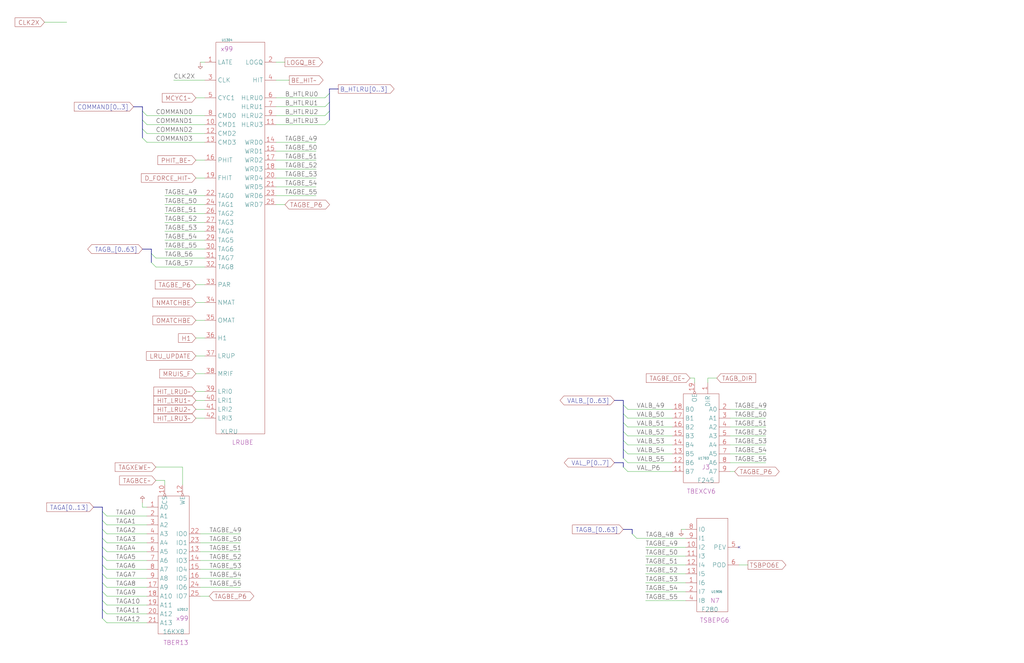
<source format=kicad_sch>
(kicad_sch (version 20230121) (generator eeschema)
  (paper "User" 584.2 378.46)
  (title_block (title "LRU LOGIC\\nPLANE B_EARLY") (date "08-MAR-90") (rev "0.0") (comment 1 "MEM32 BOARD") (comment 2 "232-003066") (comment 3 "S400") (comment 4 "RELEASED"))
  (lib_symbols
    (symbol "r1000:16KX8" (pin_names (offset 1.016))
      (property "Reference" "U" (at 2.54 5.08 0))
      (property "Value" "16KX8" (at -8.89 -7.62 0))
      (property "Location" "___" (at -1.27 0 0))
      (property "Name" "______" (at -1.27 -15.24 0))
      (symbol "16KX8_1_1"
        (rectangle (start -11.43 69.85) (end 6.35 -8.89))
        (circle (center -7.62 70.485) (radius 0.635))
        (circle (center 2.54 70.485) (radius 0.635))
        (pin input line (at -17.78 63.5 0) (length 6.35) (name "A0") (number "1"))
        (pin input line (at -7.62 76.2 270) (length 5.08) (name "CS") (number "10"))
        (pin input line (at 2.54 76.2 270) (length 5.08) (name "WE") (number "12"))
        (pin bidirectional line (at 12.7 38.1 180) (length 6.35) (name "IO2") (number "13"))
        (pin bidirectional line (at 12.7 33.02 180) (length 6.35) (name "IO3") (number "14"))
        (pin bidirectional line (at 12.7 27.94 180) (length 6.35) (name "IO4") (number "15"))
        (pin bidirectional line (at 12.7 22.86 180) (length 6.35) (name "IO5") (number "16"))
        (pin input line (at -17.78 17.78 0) (length 6.35) (name "A9") (number "17"))
        (pin input line (at -17.78 12.7 0) (length 6.35) (name "A10") (number "18"))
        (pin input line (at -17.78 7.62 0) (length 6.35) (name "A11") (number "19"))
        (pin input line (at -17.78 58.42 0) (length 6.35) (name "A1") (number "2"))
        (pin input line (at -17.78 2.54 0) (length 6.35) (name "A12") (number "20"))
        (pin input line (at -17.78 -2.54 0) (length 6.35) (name "A13") (number "21"))
        (pin bidirectional line (at 12.7 48.26 180) (length 6.35) (name "IO0") (number "22"))
        (pin bidirectional line (at 12.7 43.18 180) (length 6.35) (name "IO1") (number "23"))
        (pin bidirectional line (at 12.7 17.78 180) (length 6.35) (name "IO6") (number "24"))
        (pin bidirectional line (at 12.7 12.7 180) (length 6.35) (name "IO7") (number "25"))
        (pin input line (at -17.78 53.34 0) (length 6.35) (name "A2") (number "3"))
        (pin input line (at -17.78 48.26 0) (length 6.35) (name "A3") (number "4"))
        (pin input line (at -17.78 43.18 0) (length 6.35) (name "A4") (number "5"))
        (pin input line (at -17.78 38.1 0) (length 6.35) (name "A5") (number "6"))
        (pin input line (at -17.78 33.02 0) (length 6.35) (name "A6") (number "7"))
        (pin input line (at -17.78 27.94 0) (length 6.35) (name "A7") (number "8"))
        (pin input line (at -17.78 22.86 0) (length 6.35) (name "A8") (number "9"))
      )
    )
    (symbol "r1000:F245" (pin_names (offset 1.016))
      (property "Reference" "U" (at 2.54 5.08 0))
      (property "Value" "F245" (at -3.81 -7.62 0))
      (property "Location" "___" (at -1.27 0 0))
      (property "Name" "______" (at 3.81 -15.24 0))
      (symbol "F245_1_1"
        (rectangle (start -6.35 41.91) (end 13.97 -8.89))
        (circle (center 7.62 42.545) (radius 0.635))
        (pin input line (at 0 48.26 270) (length 6.35) (name "DIR") (number "1"))
        (pin bidirectional line (at 20.32 -2.54 180) (length 6.35) (name "B7") (number "11"))
        (pin bidirectional line (at 20.32 2.54 180) (length 6.35) (name "B6") (number "12"))
        (pin bidirectional line (at 20.32 7.62 180) (length 6.35) (name "B5") (number "13"))
        (pin bidirectional line (at 20.32 12.7 180) (length 6.35) (name "B4") (number "14"))
        (pin bidirectional line (at 20.32 17.78 180) (length 6.35) (name "B3") (number "15"))
        (pin bidirectional line (at 20.32 22.86 180) (length 6.35) (name "B2") (number "16"))
        (pin bidirectional line (at 20.32 27.94 180) (length 6.35) (name "B1") (number "17"))
        (pin bidirectional line (at 20.32 33.02 180) (length 6.35) (name "B0") (number "18"))
        (pin input line (at 7.62 48.26 270) (length 5.08) (name "OE") (number "19"))
        (pin bidirectional line (at -12.7 33.02 0) (length 6.35) (name "A0") (number "2"))
        (pin bidirectional line (at -12.7 27.94 0) (length 6.35) (name "A1") (number "3"))
        (pin bidirectional line (at -12.7 22.86 0) (length 6.35) (name "A2") (number "4"))
        (pin bidirectional line (at -12.7 17.78 0) (length 6.35) (name "A3") (number "5"))
        (pin bidirectional line (at -12.7 12.7 0) (length 6.35) (name "A4") (number "6"))
        (pin bidirectional line (at -12.7 7.62 0) (length 6.35) (name "A5") (number "7"))
        (pin bidirectional line (at -12.7 2.54 0) (length 6.35) (name "A6") (number "8"))
        (pin bidirectional line (at -12.7 -2.54 0) (length 6.35) (name "A7") (number "9"))
      )
    )
    (symbol "r1000:F280" (pin_names (offset 1.016))
      (property "Reference" "U" (at 2.54 5.08 0))
      (property "Value" "F280" (at -6.35 -5.08 0))
      (property "Location" "___" (at -1.27 0 0))
      (property "Name" "______" (at 1.27 -12.7 0))
      (symbol "F280_1_1"
        (rectangle (start -8.89 46.99) (end 8.89 -6.35))
        (pin input line (at -15.24 10.16 0) (length 6.35) (name "I6") (number "1"))
        (pin input line (at -15.24 30.48 0) (length 6.35) (name "I2") (number "10"))
        (pin input line (at -15.24 25.4 0) (length 6.35) (name "I3") (number "11"))
        (pin input line (at -15.24 20.32 0) (length 6.35) (name "I4") (number "12"))
        (pin input line (at -15.24 15.24 0) (length 6.35) (name "I5") (number "13"))
        (pin input line (at -15.24 5.08 0) (length 6.35) (name "I7") (number "2"))
        (pin input line (at -15.24 0 0) (length 6.35) (name "I8") (number "4"))
        (pin output line (at 15.24 30.48 180) (length 6.35) (name "PEV") (number "5"))
        (pin output line (at 15.24 20.32 180) (length 6.35) (name "POD") (number "6"))
        (pin input line (at -15.24 40.64 0) (length 6.35) (name "I0") (number "8"))
        (pin input line (at -15.24 35.56 0) (length 6.35) (name "I1") (number "9"))
      )
    )
    (symbol "r1000:PD" (power) (pin_numbers hide) (pin_names hide) (in_bom no)
      (symbol "PD_0_1"
        (polyline (pts (xy 0 -2.54) (xy 1.27 -2.54) (xy 0 -3.81) (xy -1.27 -2.54) (xy 0 -2.54)) (stroke (width 0.1524)))
      )
      (symbol "PD_1_1"
        (pin power_in line (at 0 0 270) (length 2.54) (name "PD") (number "1"))
      )
    )
    (symbol "r1000:PU" (power) (pin_numbers hide) (pin_names hide)
      (symbol "PU_0_1"
        (polyline (pts (xy 0 2.54) (xy -1.27 2.54) (xy 0 3.81) (xy 1.27 2.54) (xy 0 2.54)) (stroke (width 0.1524)))
      )
      (symbol "PU_1_1"
        (pin power_in line (at 0 0 90) (length 2.54) (name "PU") (number "1"))
      )
    )
    (symbol "r1000:XLRU" (pin_names (offset 1.016))
      (property "Reference" "U" (at 2.54 5.08 0))
      (property "Value" "XLRU" (at -1.27 -218.44 0))
      (property "Location" "___" (at -1.27 0 0))
      (property "Name" "______" (at 11.43 -226.06 0))
      (symbol "XLRU_1_1"
        (rectangle (start -3.81 3.81) (end 24.13 -219.71))
        (pin input line (at -10.16 -7.62 0) (length 6.35) (name "LATE") (number "1"))
        (pin input line (at -10.16 -43.18 0) (length 6.35) (name "CMD1") (number "10"))
        (pin tri_state line (at 30.48 -43.18 180) (length 6.35) (name "HLRU3") (number "11"))
        (pin input line (at -10.16 -48.26 0) (length 6.35) (name "CMD2") (number "12"))
        (pin input line (at -10.16 -53.34 0) (length 6.35) (name "CMD3") (number "13"))
        (pin tri_state line (at 30.48 -53.34 180) (length 6.35) (name "WRD0") (number "14"))
        (pin tri_state line (at 30.48 -58.42 180) (length 6.35) (name "WRD1") (number "15"))
        (pin input line (at -10.16 -63.5 0) (length 6.35) (name "PHIT") (number "16"))
        (pin tri_state line (at 30.48 -63.5 180) (length 6.35) (name "WRD2") (number "17"))
        (pin tri_state line (at 30.48 -68.58 180) (length 6.35) (name "WRD3") (number "18"))
        (pin input line (at -10.16 -73.66 0) (length 6.35) (name "FHIT") (number "19"))
        (pin output line (at 30.48 -7.62 180) (length 6.35) (name "LOGQ") (number "2"))
        (pin tri_state line (at 30.48 -73.66 180) (length 6.35) (name "WRD4") (number "20"))
        (pin tri_state line (at 30.48 -78.74 180) (length 6.35) (name "WRD5") (number "21"))
        (pin input line (at -10.16 -83.82 0) (length 6.35) (name "TAG0") (number "22"))
        (pin tri_state line (at 30.48 -83.82 180) (length 6.35) (name "WRD6") (number "23"))
        (pin input line (at -10.16 -88.9 0) (length 6.35) (name "TAG1") (number "24"))
        (pin tri_state line (at 30.48 -88.9 180) (length 6.35) (name "WRD7") (number "25"))
        (pin input line (at -10.16 -93.98 0) (length 6.35) (name "TAG2") (number "26"))
        (pin input line (at -10.16 -99.06 0) (length 6.35) (name "TAG3") (number "27"))
        (pin input line (at -10.16 -104.14 0) (length 6.35) (name "TAG4") (number "28"))
        (pin input line (at -10.16 -109.22 0) (length 6.35) (name "TAG5") (number "29"))
        (pin input line (at -10.16 -17.78 0) (length 6.35) (name "CLK") (number "3"))
        (pin input line (at -10.16 -114.3 0) (length 6.35) (name "TAG6") (number "30"))
        (pin input line (at -10.16 -119.38 0) (length 6.35) (name "TAG7") (number "31"))
        (pin input line (at -10.16 -124.46 0) (length 6.35) (name "TAG8") (number "32"))
        (pin input line (at -10.16 -134.62 0) (length 6.35) (name "PAR") (number "33"))
        (pin input line (at -10.16 -144.78 0) (length 6.35) (name "NMAT") (number "34"))
        (pin input line (at -10.16 -154.94 0) (length 6.35) (name "OMAT") (number "35"))
        (pin input line (at -10.16 -165.1 0) (length 6.35) (name "H1") (number "36"))
        (pin input line (at -10.16 -175.26 0) (length 6.35) (name "LRUP") (number "37"))
        (pin input line (at -10.16 -185.42 0) (length 6.35) (name "MRIF") (number "38"))
        (pin input line (at -10.16 -195.58 0) (length 6.35) (name "LRI0") (number "39"))
        (pin output line (at 30.48 -17.78 180) (length 6.35) (name "HIT") (number "4"))
        (pin input line (at -10.16 -200.66 0) (length 6.35) (name "LRI1") (number "40"))
        (pin input line (at -10.16 -205.74 0) (length 6.35) (name "LRI2") (number "41"))
        (pin input line (at -10.16 -210.82 0) (length 6.35) (name "LRI3") (number "42"))
        (pin input line (at -10.16 -27.94 0) (length 6.35) (name "CYC1") (number "5"))
        (pin tri_state line (at 30.48 -27.94 180) (length 6.35) (name "HLRU0") (number "6"))
        (pin tri_state line (at 30.48 -33.02 180) (length 6.35) (name "HLRU1") (number "7"))
        (pin input line (at -10.16 -38.1 0) (length 6.35) (name "CMD0") (number "8"))
        (pin tri_state line (at 30.48 -38.1 180) (length 6.35) (name "HLRU2") (number "9"))
      )
    )
  )
  (no_connect (at 421.64 312.42))
  (bus_entry (at 58.42 307.34) (size 2.54 2.54))
  (bus_entry (at 86.36 144.78) (size 2.54 2.54))
  (bus_entry (at 81.28 68.58) (size 2.54 2.54))
  (bus_entry (at 187.96 53.34) (size -2.54 2.54))
  (bus_entry (at 58.42 312.42) (size 2.54 2.54))
  (bus_entry (at 355.6 251.46) (size 2.54 2.54))
  (bus_entry (at 355.6 261.62) (size 2.54 2.54))
  (bus_entry (at 81.28 73.66) (size 2.54 2.54))
  (bus_entry (at 360.68 304.8) (size 2.54 2.54))
  (bus_entry (at 355.6 231.14) (size 2.54 2.54))
  (bus_entry (at 187.96 68.58) (size -2.54 2.54))
  (bus_entry (at 58.42 322.58) (size 2.54 2.54))
  (bus_entry (at 355.6 246.38) (size 2.54 2.54))
  (bus_entry (at 355.6 236.22) (size 2.54 2.54))
  (bus_entry (at 355.6 256.54) (size 2.54 2.54))
  (bus_entry (at 58.42 297.18) (size 2.54 2.54))
  (bus_entry (at 58.42 353.06) (size 2.54 2.54))
  (bus_entry (at 81.28 63.5) (size 2.54 2.54))
  (bus_entry (at 58.42 342.9) (size 2.54 2.54))
  (bus_entry (at 58.42 337.82) (size 2.54 2.54))
  (bus_entry (at 58.42 347.98) (size 2.54 2.54))
  (bus_entry (at 58.42 327.66) (size 2.54 2.54))
  (bus_entry (at 58.42 302.26) (size 2.54 2.54))
  (bus_entry (at 187.96 58.42) (size -2.54 2.54))
  (bus_entry (at 86.36 149.86) (size 2.54 2.54))
  (bus_entry (at 355.6 266.7) (size 2.54 2.54))
  (bus_entry (at 58.42 332.74) (size 2.54 2.54))
  (bus_entry (at 81.28 78.74) (size 2.54 2.54))
  (bus_entry (at 58.42 317.5) (size 2.54 2.54))
  (bus_entry (at 58.42 292.1) (size 2.54 2.54))
  (bus_entry (at 187.96 63.5) (size -2.54 2.54))
  (bus_entry (at 355.6 241.3) (size 2.54 2.54))
  (wire (pts (xy 111.76 228.6) (xy 116.84 228.6)))
  (bus (pts (xy 86.36 142.24) (xy 86.36 144.78)))
  (wire (pts (xy 111.76 233.68) (xy 116.84 233.68)))
  (wire (pts (xy 111.76 55.88) (xy 116.84 55.88)))
  (wire (pts (xy 416.56 264.16) (xy 436.88 264.16)))
  (wire (pts (xy 416.56 254) (xy 436.88 254)))
  (wire (pts (xy 403.86 215.9) (xy 403.86 218.44)))
  (wire (pts (xy 157.48 96.52) (xy 180.34 96.52)))
  (bus (pts (xy 58.42 332.74) (xy 58.42 337.82)))
  (bus (pts (xy 58.42 312.42) (xy 58.42 317.5)))
  (wire (pts (xy 363.22 307.34) (xy 391.16 307.34)))
  (wire (pts (xy 416.56 238.76) (xy 436.88 238.76)))
  (wire (pts (xy 114.3 320.04) (xy 137.16 320.04)))
  (wire (pts (xy 99.06 45.72) (xy 116.84 45.72)))
  (wire (pts (xy 114.3 325.12) (xy 137.16 325.12)))
  (wire (pts (xy 25.4 12.7) (xy 38.1 12.7)))
  (wire (pts (xy 114.3 330.2) (xy 137.16 330.2)))
  (bus (pts (xy 360.68 302.26) (xy 360.68 304.8)))
  (bus (pts (xy 355.6 246.38) (xy 355.6 251.46)))
  (wire (pts (xy 111.76 101.6) (xy 116.84 101.6)))
  (bus (pts (xy 86.36 149.86) (xy 86.36 144.78)))
  (bus (pts (xy 355.6 256.54) (xy 355.6 261.62)))
  (wire (pts (xy 114.3 340.36) (xy 119.38 340.36)))
  (wire (pts (xy 157.48 106.68) (xy 180.34 106.68)))
  (wire (pts (xy 157.48 86.36) (xy 180.34 86.36)))
  (wire (pts (xy 114.3 335.28) (xy 137.16 335.28)))
  (wire (pts (xy 93.98 121.92) (xy 116.84 121.92)))
  (bus (pts (xy 58.42 347.98) (xy 58.42 353.06)))
  (wire (pts (xy 368.3 322.58) (xy 391.16 322.58)))
  (wire (pts (xy 93.98 137.16) (xy 116.84 137.16)))
  (wire (pts (xy 60.96 314.96) (xy 83.82 314.96)))
  (wire (pts (xy 93.98 274.32) (xy 93.98 276.86)))
  (wire (pts (xy 114.3 314.96) (xy 137.16 314.96)))
  (bus (pts (xy 187.96 50.8) (xy 187.96 53.34)))
  (wire (pts (xy 368.3 337.82) (xy 391.16 337.82)))
  (wire (pts (xy 83.82 76.2) (xy 116.84 76.2)))
  (bus (pts (xy 187.96 50.8) (xy 193.04 50.8)))
  (wire (pts (xy 93.98 142.24) (xy 116.84 142.24)))
  (wire (pts (xy 111.76 162.56) (xy 116.84 162.56)))
  (wire (pts (xy 368.3 332.74) (xy 391.16 332.74)))
  (wire (pts (xy 368.3 312.42) (xy 391.16 312.42)))
  (wire (pts (xy 60.96 304.8) (xy 83.82 304.8)))
  (wire (pts (xy 368.3 342.9) (xy 391.16 342.9)))
  (wire (pts (xy 88.9 147.32) (xy 116.84 147.32)))
  (wire (pts (xy 111.76 213.36) (xy 116.84 213.36)))
  (bus (pts (xy 355.6 231.14) (xy 355.6 236.22)))
  (wire (pts (xy 416.56 233.68) (xy 436.88 233.68)))
  (bus (pts (xy 58.42 297.18) (xy 58.42 302.26)))
  (wire (pts (xy 358.14 248.92) (xy 383.54 248.92)))
  (bus (pts (xy 187.96 63.5) (xy 187.96 58.42)))
  (wire (pts (xy 111.76 91.44) (xy 116.84 91.44)))
  (wire (pts (xy 157.48 81.28) (xy 180.34 81.28)))
  (bus (pts (xy 350.52 228.6) (xy 355.6 228.6)))
  (wire (pts (xy 416.56 248.92) (xy 436.88 248.92)))
  (bus (pts (xy 81.28 73.66) (xy 81.28 68.58)))
  (wire (pts (xy 60.96 294.64) (xy 83.82 294.64)))
  (wire (pts (xy 104.14 266.7) (xy 104.14 276.86)))
  (bus (pts (xy 355.6 264.16) (xy 350.52 264.16)))
  (bus (pts (xy 187.96 53.34) (xy 187.96 58.42)))
  (wire (pts (xy 111.76 203.2) (xy 116.84 203.2)))
  (wire (pts (xy 111.76 193.04) (xy 116.84 193.04)))
  (wire (pts (xy 157.48 66.04) (xy 185.42 66.04)))
  (wire (pts (xy 416.56 269.24) (xy 419.1 269.24)))
  (bus (pts (xy 58.42 327.66) (xy 58.42 332.74)))
  (wire (pts (xy 403.86 215.9) (xy 408.94 215.9)))
  (wire (pts (xy 358.14 238.76) (xy 383.54 238.76)))
  (wire (pts (xy 416.56 259.08) (xy 436.88 259.08)))
  (wire (pts (xy 83.82 81.28) (xy 116.84 81.28)))
  (wire (pts (xy 396.24 215.9) (xy 396.24 218.44)))
  (wire (pts (xy 83.82 66.04) (xy 116.84 66.04)))
  (wire (pts (xy 93.98 132.08) (xy 116.84 132.08)))
  (wire (pts (xy 157.48 71.12) (xy 185.42 71.12)))
  (wire (pts (xy 60.96 340.36) (xy 83.82 340.36)))
  (wire (pts (xy 157.48 35.56) (xy 162.56 35.56)))
  (wire (pts (xy 157.48 101.6) (xy 180.34 101.6)))
  (bus (pts (xy 81.28 78.74) (xy 81.28 73.66)))
  (wire (pts (xy 60.96 309.88) (xy 83.82 309.88)))
  (bus (pts (xy 58.42 292.1) (xy 58.42 289.56)))
  (wire (pts (xy 416.56 243.84) (xy 436.88 243.84)))
  (wire (pts (xy 88.9 266.7) (xy 104.14 266.7)))
  (wire (pts (xy 83.82 71.12) (xy 116.84 71.12)))
  (wire (pts (xy 157.48 91.44) (xy 180.34 91.44)))
  (bus (pts (xy 58.42 337.82) (xy 58.42 342.9)))
  (wire (pts (xy 157.48 111.76) (xy 180.34 111.76)))
  (wire (pts (xy 93.98 127) (xy 116.84 127)))
  (wire (pts (xy 60.96 330.2) (xy 83.82 330.2)))
  (wire (pts (xy 93.98 111.76) (xy 116.84 111.76)))
  (wire (pts (xy 157.48 116.84) (xy 162.56 116.84)))
  (wire (pts (xy 60.96 335.28) (xy 83.82 335.28)))
  (wire (pts (xy 358.14 254) (xy 383.54 254)))
  (bus (pts (xy 81.28 68.58) (xy 81.28 63.5)))
  (wire (pts (xy 111.76 223.52) (xy 116.84 223.52)))
  (bus (pts (xy 355.6 236.22) (xy 355.6 241.3)))
  (bus (pts (xy 355.6 251.46) (xy 355.6 256.54)))
  (wire (pts (xy 60.96 325.12) (xy 83.82 325.12)))
  (wire (pts (xy 157.48 60.96) (xy 185.42 60.96)))
  (wire (pts (xy 388.62 302.26) (xy 391.16 302.26)))
  (wire (pts (xy 88.9 152.4) (xy 116.84 152.4)))
  (wire (pts (xy 368.3 317.5) (xy 391.16 317.5)))
  (wire (pts (xy 358.14 259.08) (xy 383.54 259.08)))
  (bus (pts (xy 355.6 228.6) (xy 355.6 231.14)))
  (wire (pts (xy 60.96 299.72) (xy 83.82 299.72)))
  (bus (pts (xy 58.42 342.9) (xy 58.42 347.98)))
  (wire (pts (xy 421.64 322.58) (xy 426.72 322.58)))
  (wire (pts (xy 111.76 182.88) (xy 116.84 182.88)))
  (wire (pts (xy 93.98 116.84) (xy 116.84 116.84)))
  (wire (pts (xy 393.7 215.9) (xy 396.24 215.9)))
  (bus (pts (xy 58.42 302.26) (xy 58.42 307.34)))
  (wire (pts (xy 60.96 320.04) (xy 83.82 320.04)))
  (wire (pts (xy 114.3 304.8) (xy 137.16 304.8)))
  (bus (pts (xy 58.42 322.58) (xy 58.42 327.66)))
  (bus (pts (xy 81.28 63.5) (xy 81.28 60.96)))
  (bus (pts (xy 81.28 142.24) (xy 86.36 142.24)))
  (wire (pts (xy 114.3 35.56) (xy 116.84 35.56)))
  (bus (pts (xy 58.42 317.5) (xy 58.42 322.58)))
  (wire (pts (xy 157.48 55.88) (xy 185.42 55.88)))
  (wire (pts (xy 111.76 172.72) (xy 116.84 172.72)))
  (wire (pts (xy 60.96 355.6) (xy 83.82 355.6)))
  (bus (pts (xy 58.42 307.34) (xy 58.42 312.42)))
  (wire (pts (xy 358.14 233.68) (xy 383.54 233.68)))
  (wire (pts (xy 358.14 269.24) (xy 383.54 269.24)))
  (bus (pts (xy 355.6 302.26) (xy 360.68 302.26)))
  (wire (pts (xy 88.9 274.32) (xy 93.98 274.32)))
  (wire (pts (xy 60.96 345.44) (xy 83.82 345.44)))
  (wire (pts (xy 157.48 45.72) (xy 165.1 45.72)))
  (bus (pts (xy 187.96 63.5) (xy 187.96 68.58)))
  (bus (pts (xy 53.34 289.56) (xy 58.42 289.56)))
  (bus (pts (xy 355.6 241.3) (xy 355.6 246.38)))
  (bus (pts (xy 58.42 292.1) (xy 58.42 297.18)))
  (wire (pts (xy 111.76 238.76) (xy 116.84 238.76)))
  (wire (pts (xy 358.14 264.16) (xy 383.54 264.16)))
  (bus (pts (xy 81.28 60.96) (xy 76.2 60.96)))
  (bus (pts (xy 355.6 266.7) (xy 355.6 264.16)))
  (wire (pts (xy 81.28 289.56) (xy 81.28 287.02)))
  (wire (pts (xy 60.96 350.52) (xy 83.82 350.52)))
  (wire (pts (xy 114.3 309.88) (xy 137.16 309.88)))
  (wire (pts (xy 368.3 327.66) (xy 391.16 327.66)))
  (wire (pts (xy 358.14 243.84) (xy 383.54 243.84)))
  (wire (pts (xy 83.82 289.56) (xy 81.28 289.56)))
  (label "TAGA7" (at 66.04 330.2 0) (effects (font (size 2.54 2.54))))
  (label "TAGBE_55" (at 93.98 142.24 0) (effects (font (size 2.54 2.54))))
  (label "VALB_53" (at 363.22 254 0) (effects (font (size 2.54 2.54))))
  (label "B_HTLRU1" (at 162.56 60.96 0) (effects (font (size 2.54 2.54))))
  (label "TAGBE_54" (at 162.56 106.68 0) (effects (font (size 2.54 2.54))))
  (label "TAGA6" (at 66.04 325.12 0) (effects (font (size 2.54 2.54))))
  (label "VALB_55" (at 363.22 264.16 0) (effects (font (size 2.54 2.54))))
  (label "TAGB_57" (at 93.98 152.4 0) (effects (font (size 2.54 2.54))))
  (label "B_HTLRU0" (at 162.56 55.88 0) (effects (font (size 2.54 2.54))))
  (label "TAGA11" (at 66.04 350.52 0) (effects (font (size 2.54 2.54))))
  (label "COMMAND3" (at 88.9 81.28 0) (effects (font (size 2.54 2.54))))
  (label "COMMAND1" (at 88.9 71.12 0) (effects (font (size 2.54 2.54))))
  (label "TAGBE_53" (at 368.3 332.74 0) (effects (font (size 2.54 2.54))))
  (label "TAGBE_51" (at 119.38 314.96 0) (effects (font (size 2.54 2.54))))
  (label "TAGBE_55" (at 419.1 264.16 0) (effects (font (size 2.54 2.54))))
  (label "TAGBE_52" (at 162.56 96.52 0) (effects (font (size 2.54 2.54))))
  (label "TAGBE_51" (at 93.98 121.92 0) (effects (font (size 2.54 2.54))))
  (label "TAGBE_49" (at 119.38 304.8 0) (effects (font (size 2.54 2.54))))
  (label "TAGBE_52" (at 419.1 248.92 0) (effects (font (size 2.54 2.54))))
  (label "TAGA9" (at 66.04 340.36 0) (effects (font (size 2.54 2.54))))
  (label "TAGA4" (at 66.04 314.96 0) (effects (font (size 2.54 2.54))))
  (label "TAGBE_50" (at 419.1 238.76 0) (effects (font (size 2.54 2.54))))
  (label "TAGBE_49" (at 368.3 312.42 0) (effects (font (size 2.54 2.54))))
  (label "TAGA10" (at 66.04 345.44 0) (effects (font (size 2.54 2.54))))
  (label "TAGBE_55" (at 119.38 335.28 0) (effects (font (size 2.54 2.54))))
  (label "TAGA12" (at 66.04 355.6 0) (effects (font (size 2.54 2.54))))
  (label "TAGBE_50" (at 368.3 317.5 0) (effects (font (size 2.54 2.54))))
  (label "TAGBE_54" (at 119.38 330.2 0) (effects (font (size 2.54 2.54))))
  (label "TAGB_56" (at 93.98 147.32 0) (effects (font (size 2.54 2.54))))
  (label "TAGBE_54" (at 368.3 337.82 0) (effects (font (size 2.54 2.54))))
  (label "TAGBE_49" (at 162.56 81.28 0) (effects (font (size 2.54 2.54))))
  (label "TAGA2" (at 66.04 304.8 0) (effects (font (size 2.54 2.54))))
  (label "TAGBE_53" (at 119.38 325.12 0) (effects (font (size 2.54 2.54))))
  (label "B_HTLRU2" (at 162.56 66.04 0) (effects (font (size 2.54 2.54))))
  (label "TAGBE_51" (at 162.56 91.44 0) (effects (font (size 2.54 2.54))))
  (label "TAGA3" (at 66.04 309.88 0) (effects (font (size 2.54 2.54))))
  (label "TAGBE_53" (at 162.56 101.6 0) (effects (font (size 2.54 2.54))))
  (label "TAGA5" (at 66.04 320.04 0) (effects (font (size 2.54 2.54))))
  (label "CLK2X" (at 99.06 45.72 0) (effects (font (size 2.54 2.54))))
  (label "TAGBE_49" (at 93.98 111.76 0) (effects (font (size 2.54 2.54))))
  (label "TAGBE_54" (at 93.98 137.16 0) (effects (font (size 2.54 2.54))))
  (label "TAGBE_51" (at 368.3 322.58 0) (effects (font (size 2.54 2.54))))
  (label "TAGBE_55" (at 368.3 342.9 0) (effects (font (size 2.54 2.54))))
  (label "TAGBE_50" (at 93.98 116.84 0) (effects (font (size 2.54 2.54))))
  (label "VALB_49" (at 363.22 233.68 0) (effects (font (size 2.54 2.54))))
  (label "TAGBE_50" (at 162.56 86.36 0) (effects (font (size 2.54 2.54))))
  (label "TAGA1" (at 66.04 299.72 0) (effects (font (size 2.54 2.54))))
  (label "TAGBE_54" (at 419.1 259.08 0) (effects (font (size 2.54 2.54))))
  (label "VALB_54" (at 363.22 259.08 0) (effects (font (size 2.54 2.54))))
  (label "TAGBE_52" (at 93.98 127 0) (effects (font (size 2.54 2.54))))
  (label "COMMAND2" (at 88.9 76.2 0) (effects (font (size 2.54 2.54))))
  (label "TAGBE_51" (at 419.1 243.84 0) (effects (font (size 2.54 2.54))))
  (label "VALB_50" (at 363.22 238.76 0) (effects (font (size 2.54 2.54))))
  (label "TAGBE_53" (at 93.98 132.08 0) (effects (font (size 2.54 2.54))))
  (label "TAGB_48" (at 368.3 307.34 0) (effects (font (size 2.54 2.54))))
  (label "TAGBE_50" (at 119.38 309.88 0) (effects (font (size 2.54 2.54))))
  (label "TAGBE_55" (at 162.56 111.76 0) (effects (font (size 2.54 2.54))))
  (label "TAGA0" (at 66.04 294.64 0) (effects (font (size 2.54 2.54))))
  (label "VALB_52" (at 363.22 248.92 0) (effects (font (size 2.54 2.54))))
  (label "TAGBE_53" (at 419.1 254 0) (effects (font (size 2.54 2.54))))
  (label "VALB_51" (at 363.22 243.84 0) (effects (font (size 2.54 2.54))))
  (label "TAGBE_49" (at 419.1 233.68 0) (effects (font (size 2.54 2.54))))
  (label "COMMAND0" (at 88.9 66.04 0) (effects (font (size 2.54 2.54))))
  (label "TAGA8" (at 66.04 335.28 0) (effects (font (size 2.54 2.54))))
  (label "B_HTLRU3" (at 162.56 71.12 0) (effects (font (size 2.54 2.54))))
  (label "VAL_P6" (at 363.22 269.24 0) (effects (font (size 2.54 2.54))))
  (label "TAGBE_52" (at 119.38 320.04 0) (effects (font (size 2.54 2.54))))
  (label "TAGBE_52" (at 368.3 327.66 0) (effects (font (size 2.54 2.54))))
  (global_label "TAGXEWE~" (shape input) (at 88.9 266.7 180) (effects (font (size 2.54 2.54))) (property "Intersheetrefs" "${INTERSHEET_REFS}" (at 65.6892 266.5413 0) (effects (font (size 1.905 1.905)) (justify right))))
  (global_label "HIT_LRU0~" (shape input) (at 111.76 223.52 180) (effects (font (size 2.54 2.54))) (property "Intersheetrefs" "${INTERSHEET_REFS}" (at 87.7026 223.3613 0) (effects (font (size 1.905 1.905)) (justify right))))
  (global_label "TAGBCE~" (shape input) (at 88.9 274.32 180) (effects (font (size 2.54 2.54))) (property "Intersheetrefs" "${INTERSHEET_REFS}" (at 66.173 274.1613 0) (effects (font (size 1.905 1.905)) (justify right))))
  (global_label "PHIT_BE~" (shape input) (at 111.76 91.44 180) (effects (font (size 2.54 2.54))) (property "Intersheetrefs" "${INTERSHEET_REFS}" (at 89.0162 91.44 0) (effects (font (size 1.905 1.905)) (justify right))))
  (global_label "LOGQ_BE" (shape output) (at 162.56 35.56 0) (effects (font (size 2.54 2.54))) (property "Intersheetrefs" "${INTERSHEET_REFS}" (at 184.0774 35.4013 0) (effects (font (size 1.905 1.905)) (justify left))))
  (global_label "H1" (shape input) (at 111.76 193.04 180) (effects (font (size 2.54 2.54))) (property "Intersheetrefs" "${INTERSHEET_REFS}" (at 101.854 192.8813 0) (effects (font (size 1.905 1.905)) (justify right))))
  (global_label "TAGBE_P6" (shape bidirectional) (at 419.1 269.24 0) (effects (font (size 2.54 2.54))) (property "Intersheetrefs" "${INTERSHEET_REFS}" (at 441.9479 269.0813 0) (effects (font (size 1.905 1.905)) (justify left))))
  (global_label "MRUIS_F" (shape input) (at 111.76 213.36 180) (effects (font (size 2.54 2.54))) (property "Intersheetrefs" "${INTERSHEET_REFS}" (at 91.0892 213.2013 0) (effects (font (size 1.905 1.905)) (justify right))))
  (global_label "VAL_P[0..7]" (shape bidirectional) (at 350.52 264.16 180) (effects (font (size 2.54 2.54))) (property "Intersheetrefs" "${INTERSHEET_REFS}" (at 324.1645 264.0013 0) (effects (font (size 1.905 1.905)) (justify right))))
  (global_label "CLK2X" (shape input) (at 25.4 12.7 180) (effects (font (size 2.54 2.54))) (property "Intersheetrefs" "${INTERSHEET_REFS}" (at 1.7054 12.5413 0) (effects (font (size 1.905 1.905)) (justify right))))
  (global_label "HIT_LRU3~" (shape input) (at 111.76 238.76 180) (effects (font (size 2.54 2.54))) (property "Intersheetrefs" "${INTERSHEET_REFS}" (at 87.7026 238.6013 0) (effects (font (size 1.905 1.905)) (justify right))))
  (global_label "NMATCHBE" (shape input) (at 111.76 172.72 180) (effects (font (size 2.54 2.54))) (property "Intersheetrefs" "${INTERSHEET_REFS}" (at 87.2188 172.5613 0) (effects (font (size 1.905 1.905)) (justify right))))
  (global_label "TAGBE_P6" (shape bidirectional) (at 119.38 340.36 0) (effects (font (size 2.54 2.54))) (property "Intersheetrefs" "${INTERSHEET_REFS}" (at 142.5908 340.2013 0) (effects (font (size 1.905 1.905)) (justify left))))
  (global_label "TAGB_[0..63]" (shape bidirectional) (at 81.28 142.24 180) (effects (font (size 2.54 2.54))) (property "Intersheetrefs" "${INTERSHEET_REFS}" (at 49.0569 142.24 0) (effects (font (size 1.905 1.905)) (justify right))))
  (global_label "TAGB_DIR" (shape input) (at 408.94 215.9 0) (effects (font (size 2.54 2.54))) (property "Intersheetrefs" "${INTERSHEET_REFS}" (at 430.8203 215.7413 0) (effects (font (size 1.905 1.905)) (justify left))))
  (global_label "COMMAND[0..3]" (shape input) (at 76.2 60.96 180) (effects (font (size 2.54 2.54))) (property "Intersheetrefs" "${INTERSHEET_REFS}" (at 42.3454 60.8013 0) (effects (font (size 1.905 1.905)) (justify right))))
  (global_label "VALB_[0..63]" (shape bidirectional) (at 350.52 228.6 180) (effects (font (size 2.54 2.54))) (property "Intersheetrefs" "${INTERSHEET_REFS}" (at 318.9774 228.6 0) (effects (font (size 1.905 1.905)) (justify right))))
  (global_label "OMATCHBE" (shape input) (at 111.76 182.88 180) (effects (font (size 2.54 2.54))) (property "Intersheetrefs" "${INTERSHEET_REFS}" (at 87.2188 182.7213 0) (effects (font (size 1.905 1.905)) (justify right))))
  (global_label "BE_HIT~" (shape output) (at 165.1 45.72 0) (effects (font (size 2.54 2.54))) (property "Intersheetrefs" "${INTERSHEET_REFS}" (at 185.3038 45.72 0) (effects (justify left))))
  (global_label "TAGBE_OE~" (shape input) (at 393.7 215.9 180) (effects (font (size 2.54 2.54))) (property "Intersheetrefs" "${INTERSHEET_REFS}" (at 369.0378 215.7413 0) (effects (font (size 1.905 1.905)) (justify right))))
  (global_label "HIT_LRU1~" (shape input) (at 111.76 228.6 180) (effects (font (size 2.54 2.54))) (property "Intersheetrefs" "${INTERSHEET_REFS}" (at 87.7026 228.4413 0) (effects (font (size 1.905 1.905)) (justify right))))
  (global_label "D_FORCE_HIT~" (shape input) (at 111.76 101.6 180) (effects (font (size 2.54 2.54))) (property "Intersheetrefs" "${INTERSHEET_REFS}" (at 80.6873 101.4413 0) (effects (font (size 1.905 1.905)) (justify right))))
  (global_label "TAGBE_P6" (shape input) (at 111.76 162.56 180) (effects (font (size 2.54 2.54))) (property "Intersheetrefs" "${INTERSHEET_REFS}" (at 87.5649 162.56 0) (effects (font (size 1.905 1.905)) (justify right))))
  (global_label "TAGBE_P6" (shape bidirectional) (at 162.56 116.84 0) (effects (font (size 2.54 2.54))) (property "Intersheetrefs" "${INTERSHEET_REFS}" (at 185.7708 116.6813 0) (effects (font (size 1.905 1.905)) (justify left))))
  (global_label "TSBPO6E" (shape output) (at 426.72 322.58 0) (effects (font (size 2.54 2.54))) (property "Intersheetrefs" "${INTERSHEET_REFS}" (at 449.3428 322.58 0) (effects (justify left))))
  (global_label "LRU_UPDATE" (shape input) (at 111.76 203.2 180) (effects (font (size 2.54 2.54))) (property "Intersheetrefs" "${INTERSHEET_REFS}" (at 83.5902 203.0413 0) (effects (font (size 1.905 1.905)) (justify right))))
  (global_label "B_HTLRU[0..3]" (shape output) (at 193.04 50.8 0) (effects (font (size 2.54 2.54))) (property "Intersheetrefs" "${INTERSHEET_REFS}" (at 225.8227 50.8 0) (effects (font (size 1.905 1.905)) (justify left))))
  (global_label "HIT_LRU2~" (shape input) (at 111.76 233.68 180) (effects (font (size 2.54 2.54))) (property "Intersheetrefs" "${INTERSHEET_REFS}" (at 87.7026 233.5213 0) (effects (font (size 1.905 1.905)) (justify right))))
  (global_label "TAGA[0..13]" (shape input) (at 53.34 289.56 180) (effects (font (size 2.54 2.54))) (property "Intersheetrefs" "${INTERSHEET_REFS}" (at 25.9551 289.56 0) (effects (font (size 1.905 1.905)) (justify right))))
  (global_label "TAGB_[0..63]" (shape input) (at 355.6 302.26 180) (effects (font (size 2.54 2.54))) (property "Intersheetrefs" "${INTERSHEET_REFS}" (at 326.5835 302.1013 0) (effects (font (size 1.905 1.905)) (justify right))))
  (global_label "MCYC1~" (shape input) (at 111.76 55.88 180) (effects (font (size 2.54 2.54))) (property "Intersheetrefs" "${INTERSHEET_REFS}" (at 92.5407 55.7213 0) (effects (font (size 1.905 1.905)) (justify right))))
  (symbol (lib_id "r1000:XLRU") (at 127 27.94 0) (unit 1)
    (property "Reference" "U1304" (at 129.54 22.86 0))
    (property "Value" "XLRU" (at 125.73 246.38 0) (effects (font (size 2.54 2.54)) (justify left)))
    (property "Location" "x99" (at 125.73 27.94 0) (effects (font (size 2.54 2.54)) (justify left)))
    (property "Name" "LRUBE" (at 138.43 254 0) (effects (font (size 2.54 2.54)) (justify bottom)))
    (instances (project "MEM32" (path "" (reference "U1304") (unit 1)) (path "" (reference "U1402") (unit 1)) (path "" (reference "U1503") (unit 1))))
  )
  (symbol (lib_id "r1000:PU") (at 81.28 287.02 0) (unit 1)
    (property "Reference" "#PWR02002" (effects hide))
    (property "Value" "PU" (effects hide))
  )
  (symbol (lib_id "r1000:PD") (at 388.62 302.26 0) (unit 1) (in_bom no)
    (property "Reference" "#PWR0132" (effects hide))
    (property "Value" "PD" (effects hide))
    (instances (project "MEM32" (path "" (reference "#PWR0132") (unit 1)) (path "" (reference "#PWR01501") (unit 1))))
  )
  (symbol (lib_id "r1000:F280") (at 406.4 342.9 0) (unit 1)
    (property "Reference" "U1906" (at 408.94 337.82 0))
    (property "Value" "F280" (at 400.05 347.98 0) (effects (font (size 2.54 2.54)) (justify left)))
    (property "Location" "N7" (at 405.13 342.9 0) (effects (font (size 2.54 2.54)) (justify left)))
    (property "Name" "TSBEPG6" (at 407.67 355.6 0) (effects (font (size 2.54 2.54)) (justify bottom)))
    (instances (project "MEM32" (path "" (reference "U1906") (unit 1)) (path "" (reference "U1502") (unit 1))))
  )
  (symbol (lib_id "r1000:16KX8") (at 101.6 353.06 0) (unit 1)
    (property "Reference" "U2012" (at 104.14 347.98 0))
    (property "Value" "16KX8" (at 92.71 360.68 0) (effects (font (size 2.54 2.54)) (justify left)))
    (property "Location" "x99" (at 100.33 353.06 0) (effects (font (size 2.54 2.54)) (justify left)))
    (property "Name" "TBER13" (at 100.33 368.3 0) (effects (font (size 2.54 2.54)) (justify bottom)))
  )
  (symbol (lib_id "r1000:PD") (at 114.3 35.56 0) (unit 1) (in_bom no)
    (property "Reference" "#PWR01502" (effects hide))
    (property "Value" "PD" (effects hide))
  )
  (symbol (lib_id "r1000:F245") (at 403.86 266.7 0) (mirror y) (unit 1)
    (property "Reference" "U1703" (at 401.32 261.62 0))
    (property "Value" "F245" (at 407.67 274.32 0) (effects (font (size 2.54 2.54)) (justify left)))
    (property "Location" "J3" (at 405.13 266.7 0) (effects (font (size 2.54 2.54)) (justify left)))
    (property "Name" "TBEXCV6" (at 400.05 281.94 0) (effects (font (size 2.54 2.54)) (justify bottom)))
  )
)
</source>
